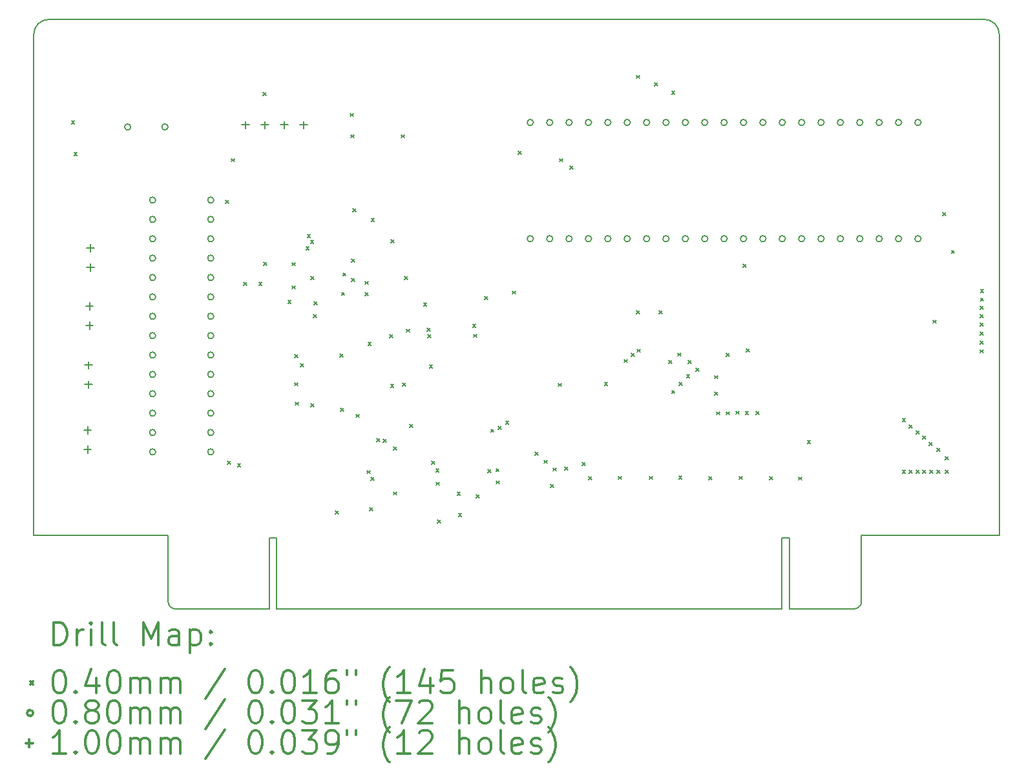
<source format=gbr>
%FSLAX45Y45*%
G04 Gerber Fmt 4.5, Leading zero omitted, Abs format (unit mm)*
G04 Created by KiCad (PCBNEW 4.0.7) date 07/10/18 22:50:01*
%MOMM*%
%LPD*%
G01*
G04 APERTURE LIST*
%ADD10C,0.127000*%
%ADD11C,0.150000*%
%ADD12C,0.200000*%
%ADD13C,0.300000*%
G04 APERTURE END LIST*
D10*
D11*
X4600000Y-3221480D02*
G75*
G03X4400000Y-3421480I0J-200000D01*
G01*
X17054000Y-3421480D02*
G75*
G03X16854000Y-3221480I-200000J0D01*
G01*
X15147620Y-10952988D02*
G75*
G03X15247620Y-10852988I0J100000D01*
G01*
X6160770Y-10852988D02*
G75*
G03X6260770Y-10952988I100000J0D01*
G01*
X6160770Y-10852988D02*
X6160770Y-9988550D01*
X7487412Y-10952988D02*
X6260770Y-10952988D01*
X7487412Y-10021824D02*
X7487412Y-10952988D01*
X7583424Y-10021824D02*
X7487412Y-10021824D01*
X7583424Y-10952988D02*
X7583424Y-10021824D01*
X14206728Y-10952988D02*
X7583424Y-10952988D01*
X14206728Y-10021824D02*
X14206728Y-10952988D01*
X14305788Y-10021824D02*
X14206728Y-10021824D01*
X14305788Y-10952988D02*
X14305788Y-10021824D01*
X15147620Y-10952988D02*
X14305788Y-10952988D01*
X15247620Y-9988550D02*
X15247620Y-10852988D01*
X15247620Y-9988550D02*
X17054000Y-9988550D01*
X6160770Y-9988550D02*
X4400000Y-9988550D01*
X4400000Y-3421480D02*
X4400000Y-9988550D01*
X16854000Y-3221480D02*
X4600000Y-3221480D01*
X17054000Y-9988550D02*
X17054000Y-3421480D01*
D12*
X4894900Y-4552000D02*
X4934900Y-4592000D01*
X4934900Y-4552000D02*
X4894900Y-4592000D01*
X4929190Y-4967290D02*
X4969190Y-5007290D01*
X4969190Y-4967290D02*
X4929190Y-5007290D01*
X6914200Y-5592130D02*
X6954200Y-5632130D01*
X6954200Y-5592130D02*
X6914200Y-5632130D01*
X6940870Y-9013510D02*
X6980870Y-9053510D01*
X6980870Y-9013510D02*
X6940870Y-9053510D01*
X6990400Y-5047300D02*
X7030400Y-5087300D01*
X7030400Y-5047300D02*
X6990400Y-5087300D01*
X7070410Y-9051610D02*
X7110410Y-9091610D01*
X7110410Y-9051610D02*
X7070410Y-9091610D01*
X7149404Y-6668836D02*
X7189404Y-6708836D01*
X7189404Y-6668836D02*
X7149404Y-6708836D01*
X7350572Y-6668836D02*
X7390572Y-6708836D01*
X7390572Y-6668836D02*
X7350572Y-6708836D01*
X7406452Y-4182176D02*
X7446452Y-4222176D01*
X7446452Y-4182176D02*
X7406452Y-4222176D01*
X7412040Y-6406200D02*
X7452040Y-6446200D01*
X7452040Y-6406200D02*
X7412040Y-6446200D01*
X7731064Y-6909628D02*
X7771064Y-6949628D01*
X7771064Y-6909628D02*
X7731064Y-6949628D01*
X7782880Y-6716080D02*
X7822880Y-6756080D01*
X7822880Y-6716080D02*
X7782880Y-6756080D01*
X7787452Y-6411280D02*
X7827452Y-6451280D01*
X7827452Y-6411280D02*
X7787452Y-6451280D01*
X7817424Y-7986080D02*
X7857424Y-8026080D01*
X7857424Y-7986080D02*
X7817424Y-8026080D01*
X7820980Y-7619050D02*
X7860980Y-7659050D01*
X7860980Y-7619050D02*
X7820980Y-7659050D01*
X7825552Y-8239064D02*
X7865552Y-8279064D01*
X7865552Y-8239064D02*
X7825552Y-8279064D01*
X7898196Y-7738938D02*
X7938196Y-7778938D01*
X7938196Y-7738938D02*
X7898196Y-7778938D01*
X7968046Y-6205032D02*
X8008046Y-6245032D01*
X8008046Y-6205032D02*
X7968046Y-6245032D01*
X7984810Y-6041710D02*
X8024810Y-6081710D01*
X8024810Y-6041710D02*
X7984810Y-6081710D01*
X8026720Y-6121720D02*
X8066720Y-6161720D01*
X8066720Y-6121720D02*
X8026720Y-6161720D01*
X8030530Y-6594160D02*
X8070530Y-6634160D01*
X8070530Y-6594160D02*
X8030530Y-6634160D01*
X8030530Y-8262940D02*
X8070530Y-8302940D01*
X8070530Y-8262940D02*
X8030530Y-8302940D01*
X8067868Y-7094032D02*
X8107868Y-7134032D01*
X8107868Y-7094032D02*
X8067868Y-7134032D01*
X8075488Y-6924868D02*
X8115488Y-6964868D01*
X8115488Y-6924868D02*
X8075488Y-6964868D01*
X8350824Y-9664004D02*
X8390824Y-9704004D01*
X8390824Y-9664004D02*
X8350824Y-9704004D01*
X8415340Y-7611430D02*
X8455340Y-7651430D01*
X8455340Y-7611430D02*
X8415340Y-7651430D01*
X8422960Y-8320090D02*
X8462960Y-8360090D01*
X8462960Y-8320090D02*
X8422960Y-8360090D01*
X8434390Y-6799900D02*
X8474390Y-6839900D01*
X8474390Y-6799900D02*
X8434390Y-6839900D01*
X8451408Y-6545900D02*
X8491408Y-6585900D01*
X8491408Y-6545900D02*
X8451408Y-6585900D01*
X8546404Y-4455988D02*
X8586404Y-4495988D01*
X8586404Y-4455988D02*
X8546404Y-4495988D01*
X8556310Y-4734880D02*
X8596310Y-4774880D01*
X8596310Y-4734880D02*
X8556310Y-4774880D01*
X8563168Y-6367084D02*
X8603168Y-6407084D01*
X8603168Y-6367084D02*
X8563168Y-6407084D01*
X8563168Y-6615750D02*
X8603168Y-6655750D01*
X8603168Y-6615750D02*
X8563168Y-6655750D01*
X8579932Y-5704906D02*
X8619932Y-5744906D01*
X8619932Y-5704906D02*
X8579932Y-5744906D01*
X8624636Y-8401116D02*
X8664636Y-8441116D01*
X8664636Y-8401116D02*
X8624636Y-8441116D01*
X8741984Y-6657660D02*
X8781984Y-6697660D01*
X8781984Y-6657660D02*
X8741984Y-6697660D01*
X8741984Y-6802948D02*
X8781984Y-6842948D01*
X8781984Y-6802948D02*
X8741984Y-6842948D01*
X8769924Y-9138732D02*
X8809924Y-9178732D01*
X8809924Y-9138732D02*
X8769924Y-9178732D01*
X8781100Y-7459030D02*
X8821100Y-7499030D01*
X8821100Y-7459030D02*
X8781100Y-7499030D01*
X8800150Y-9623110D02*
X8840150Y-9663110D01*
X8840150Y-9623110D02*
X8800150Y-9663110D01*
X8820216Y-9225346D02*
X8860216Y-9265346D01*
X8860216Y-9225346D02*
X8820216Y-9265346D01*
X8823010Y-5833430D02*
X8863010Y-5873430D01*
X8863010Y-5833430D02*
X8823010Y-5873430D01*
X8892860Y-8719632D02*
X8932860Y-8759632D01*
X8932860Y-8719632D02*
X8892860Y-8759632D01*
X8979220Y-8727760D02*
X9019220Y-8767760D01*
X9019220Y-8727760D02*
X8979220Y-8767760D01*
X9063294Y-7356160D02*
X9103294Y-7396160D01*
X9103294Y-7356160D02*
X9063294Y-7396160D01*
X9077264Y-8009956D02*
X9117264Y-8049956D01*
X9117264Y-8009956D02*
X9077264Y-8049956D01*
X9082090Y-6110290D02*
X9122090Y-6150290D01*
X9122090Y-6110290D02*
X9082090Y-6150290D01*
X9112570Y-9417370D02*
X9152570Y-9457370D01*
X9152570Y-9417370D02*
X9112570Y-9457370D01*
X9116380Y-8830630D02*
X9156380Y-8870630D01*
X9156380Y-8830630D02*
X9116380Y-8870630D01*
X9215440Y-4734880D02*
X9255440Y-4774880D01*
X9255440Y-4734880D02*
X9215440Y-4774880D01*
X9233728Y-7990398D02*
X9273728Y-8030398D01*
X9273728Y-7990398D02*
X9233728Y-8030398D01*
X9261668Y-6590604D02*
X9301668Y-6630604D01*
X9301668Y-6590604D02*
X9261668Y-6630604D01*
X9284020Y-7283516D02*
X9324020Y-7323516D01*
X9324020Y-7283516D02*
X9284020Y-7323516D01*
X9325930Y-8533450D02*
X9365930Y-8573450D01*
X9365930Y-8533450D02*
X9325930Y-8573450D01*
X9508810Y-6940870D02*
X9548810Y-6980870D01*
X9548810Y-6940870D02*
X9508810Y-6980870D01*
X9555038Y-7269546D02*
X9595038Y-7309546D01*
X9595038Y-7269546D02*
X9555038Y-7309546D01*
X9563420Y-7356160D02*
X9603420Y-7396160D01*
X9603420Y-7356160D02*
X9563420Y-7396160D01*
X9585772Y-7752400D02*
X9625772Y-7792400D01*
X9625772Y-7752400D02*
X9585772Y-7792400D01*
X9611680Y-9013510D02*
X9651680Y-9053510D01*
X9651680Y-9013510D02*
X9611680Y-9053510D01*
X9669592Y-9116380D02*
X9709592Y-9156380D01*
X9709592Y-9116380D02*
X9669592Y-9156380D01*
X9675180Y-9289608D02*
X9715180Y-9329608D01*
X9715180Y-9289608D02*
X9675180Y-9329608D01*
X9687880Y-9783130D02*
X9727880Y-9823130D01*
X9727880Y-9783130D02*
X9687880Y-9823130D01*
X9948992Y-9423720D02*
X9988992Y-9463720D01*
X9988992Y-9423720D02*
X9948992Y-9463720D01*
X9965756Y-9703120D02*
X10005756Y-9743120D01*
X10005756Y-9703120D02*
X9965756Y-9743120D01*
X10152954Y-7219254D02*
X10192954Y-7259254D01*
X10192954Y-7219254D02*
X10152954Y-7259254D01*
X10166924Y-7350572D02*
X10206924Y-7390572D01*
X10206924Y-7350572D02*
X10166924Y-7390572D01*
X10200452Y-9457248D02*
X10240452Y-9497248D01*
X10240452Y-9457248D02*
X10200452Y-9497248D01*
X10308910Y-6853240D02*
X10348910Y-6893240D01*
X10348910Y-6853240D02*
X10308910Y-6893240D01*
X10351328Y-9121968D02*
X10391328Y-9161968D01*
X10391328Y-9121968D02*
X10351328Y-9161968D01*
X10390444Y-8595172D02*
X10430444Y-8635172D01*
X10430444Y-8595172D02*
X10390444Y-8635172D01*
X10457500Y-9112570D02*
X10497500Y-9152570D01*
X10497500Y-9112570D02*
X10457500Y-9152570D01*
X10461310Y-9272590D02*
X10501310Y-9312590D01*
X10501310Y-9272590D02*
X10461310Y-9312590D01*
X10487980Y-8560120D02*
X10527980Y-8600120D01*
X10527980Y-8560120D02*
X10487980Y-8600120D01*
X10583230Y-8491540D02*
X10623230Y-8531540D01*
X10623230Y-8491540D02*
X10583230Y-8531540D01*
X10674670Y-6784660D02*
X10714670Y-6824660D01*
X10714670Y-6784660D02*
X10674670Y-6824660D01*
X10750870Y-4948240D02*
X10790870Y-4988240D01*
X10790870Y-4948240D02*
X10750870Y-4988240D01*
X10971850Y-8895400D02*
X11011850Y-8935400D01*
X11011850Y-8895400D02*
X10971850Y-8935400D01*
X11089960Y-9002080D02*
X11129960Y-9042080D01*
X11129960Y-9002080D02*
X11089960Y-9042080D01*
X11173780Y-9318310D02*
X11213780Y-9358310D01*
X11213780Y-9318310D02*
X11173780Y-9358310D01*
X11205784Y-9102664D02*
X11245784Y-9142664D01*
X11245784Y-9102664D02*
X11205784Y-9142664D01*
X11273856Y-7994208D02*
X11313856Y-8034208D01*
X11313856Y-7994208D02*
X11273856Y-8034208D01*
X11291890Y-5047300D02*
X11331890Y-5087300D01*
X11331890Y-5047300D02*
X11291890Y-5087300D01*
X11360470Y-9093520D02*
X11400470Y-9133520D01*
X11400470Y-9093520D02*
X11360470Y-9133520D01*
X11429050Y-5146360D02*
X11469050Y-5186360D01*
X11469050Y-5146360D02*
X11429050Y-5186360D01*
X11589070Y-9032560D02*
X11629070Y-9072560D01*
X11629070Y-9032560D02*
X11589070Y-9072560D01*
X11669080Y-9215440D02*
X11709080Y-9255440D01*
X11709080Y-9215440D02*
X11669080Y-9255440D01*
X11879392Y-7982016D02*
X11919392Y-8022016D01*
X11919392Y-7982016D02*
X11879392Y-8022016D01*
X12060240Y-9213408D02*
X12100240Y-9253408D01*
X12100240Y-9213408D02*
X12060240Y-9253408D01*
X12139488Y-7680264D02*
X12179488Y-7720264D01*
X12179488Y-7680264D02*
X12139488Y-7720264D01*
X12228896Y-7602032D02*
X12268896Y-7642032D01*
X12268896Y-7602032D02*
X12228896Y-7642032D01*
X12298746Y-3955862D02*
X12338746Y-3995862D01*
X12338746Y-3955862D02*
X12298746Y-3995862D01*
X12300016Y-7039168D02*
X12340016Y-7079168D01*
X12340016Y-7039168D02*
X12300016Y-7079168D01*
X12304334Y-7546152D02*
X12344334Y-7586152D01*
X12344334Y-7546152D02*
X12304334Y-7586152D01*
X12467656Y-9213916D02*
X12507656Y-9253916D01*
X12507656Y-9213916D02*
X12467656Y-9253916D01*
X12536236Y-4053652D02*
X12576236Y-4093652D01*
X12576236Y-4053652D02*
X12536236Y-4093652D01*
X12592624Y-7039168D02*
X12632624Y-7079168D01*
X12632624Y-7039168D02*
X12592624Y-7079168D01*
X12720640Y-7691440D02*
X12760640Y-7731440D01*
X12760640Y-7691440D02*
X12720640Y-7731440D01*
X12759756Y-4162618D02*
X12799756Y-4202618D01*
X12799756Y-4162618D02*
X12759756Y-4202618D01*
X12759756Y-8088188D02*
X12799756Y-8128188D01*
X12799756Y-8088188D02*
X12759756Y-8128188D01*
X12842306Y-7596952D02*
X12882306Y-7636952D01*
X12882306Y-7596952D02*
X12842306Y-7636952D01*
X12852720Y-9207312D02*
X12892720Y-9247312D01*
X12892720Y-9207312D02*
X12852720Y-9247312D01*
X12854752Y-7982016D02*
X12894752Y-8022016D01*
X12894752Y-7982016D02*
X12854752Y-8022016D01*
X12955336Y-7881432D02*
X12995336Y-7921432D01*
X12995336Y-7881432D02*
X12955336Y-7921432D01*
X12977688Y-7697028D02*
X13017688Y-7737028D01*
X13017688Y-7697028D02*
X12977688Y-7737028D01*
X13078272Y-7797612D02*
X13118272Y-7837612D01*
X13118272Y-7797612D02*
X13078272Y-7837612D01*
X13246420Y-9215440D02*
X13286420Y-9255440D01*
X13286420Y-9215440D02*
X13246420Y-9255440D01*
X13324144Y-7892608D02*
X13364144Y-7932608D01*
X13364144Y-7892608D02*
X13324144Y-7932608D01*
X13324144Y-8110540D02*
X13364144Y-8150540D01*
X13364144Y-8110540D02*
X13324144Y-8150540D01*
X13349290Y-8367588D02*
X13389290Y-8407588D01*
X13389290Y-8367588D02*
X13349290Y-8407588D01*
X13475020Y-7599238D02*
X13515020Y-7639238D01*
X13515020Y-7599238D02*
X13475020Y-7639238D01*
X13477814Y-8367588D02*
X13517814Y-8407588D01*
X13517814Y-8367588D02*
X13477814Y-8407588D01*
X13600750Y-8358190D02*
X13640750Y-8398190D01*
X13640750Y-8358190D02*
X13600750Y-8398190D01*
X13647232Y-9213916D02*
X13687232Y-9253916D01*
X13687232Y-9213916D02*
X13647232Y-9253916D01*
X13692952Y-6434140D02*
X13732952Y-6474140D01*
X13732952Y-6434140D02*
X13692952Y-6474140D01*
X13724702Y-8364032D02*
X13764702Y-8404032D01*
X13764702Y-8364032D02*
X13724702Y-8404032D01*
X13737656Y-7543358D02*
X13777656Y-7583358D01*
X13777656Y-7543358D02*
X13737656Y-7583358D01*
X13862878Y-8365048D02*
X13902878Y-8405048D01*
X13902878Y-8365048D02*
X13862878Y-8405048D01*
X14043472Y-9220012D02*
X14083472Y-9260012D01*
X14083472Y-9220012D02*
X14043472Y-9260012D01*
X14421424Y-9221536D02*
X14461424Y-9261536D01*
X14461424Y-9221536D02*
X14421424Y-9261536D01*
X14538010Y-8743000D02*
X14578010Y-8783000D01*
X14578010Y-8743000D02*
X14538010Y-8783000D01*
X15782102Y-8456488D02*
X15822102Y-8496488D01*
X15822102Y-8456488D02*
X15782102Y-8496488D01*
X15782864Y-9135938D02*
X15822864Y-9175938D01*
X15822864Y-9135938D02*
X15782864Y-9175938D01*
X15869986Y-8538784D02*
X15909986Y-8578784D01*
X15909986Y-8538784D02*
X15869986Y-8578784D01*
X15874558Y-9133144D02*
X15914558Y-9173144D01*
X15914558Y-9133144D02*
X15874558Y-9173144D01*
X15967268Y-8616508D02*
X16007268Y-8656508D01*
X16007268Y-8616508D02*
X15967268Y-8656508D01*
X15967268Y-9133144D02*
X16007268Y-9173144D01*
X16007268Y-9133144D02*
X15967268Y-9173144D01*
X16051088Y-8686104D02*
X16091088Y-8726104D01*
X16091088Y-8686104D02*
X16051088Y-8726104D01*
X16051088Y-9130350D02*
X16091088Y-9170350D01*
X16091088Y-9130350D02*
X16051088Y-9170350D01*
X16134908Y-8767130D02*
X16174908Y-8807130D01*
X16174908Y-8767130D02*
X16134908Y-8807130D01*
X16140496Y-9133144D02*
X16180496Y-9173144D01*
X16180496Y-9133144D02*
X16140496Y-9173144D01*
X16183930Y-7165660D02*
X16223930Y-7205660D01*
X16223930Y-7165660D02*
X16183930Y-7205660D01*
X16232698Y-8848156D02*
X16272698Y-8888156D01*
X16272698Y-8848156D02*
X16232698Y-8888156D01*
X16238286Y-9133144D02*
X16278286Y-9173144D01*
X16278286Y-9133144D02*
X16238286Y-9173144D01*
X16313724Y-5752404D02*
X16353724Y-5792404D01*
X16353724Y-5752404D02*
X16313724Y-5792404D01*
X16344458Y-8957122D02*
X16384458Y-8997122D01*
X16384458Y-8957122D02*
X16344458Y-8997122D01*
X16344458Y-9133144D02*
X16384458Y-9173144D01*
X16384458Y-9133144D02*
X16344458Y-9173144D01*
X16425484Y-6249736D02*
X16465484Y-6289736D01*
X16465484Y-6249736D02*
X16425484Y-6289736D01*
X16801150Y-7442266D02*
X16841150Y-7482266D01*
X16841150Y-7442266D02*
X16801150Y-7482266D01*
X16801150Y-7554280D02*
X16841150Y-7594280D01*
X16841150Y-7554280D02*
X16801150Y-7594280D01*
X16802674Y-7322632D02*
X16842674Y-7362632D01*
X16842674Y-7322632D02*
X16802674Y-7362632D01*
X16803436Y-7204522D02*
X16843436Y-7244522D01*
X16843436Y-7204522D02*
X16803436Y-7244522D01*
X16804452Y-7092000D02*
X16844452Y-7132000D01*
X16844452Y-7092000D02*
X16804452Y-7132000D01*
X16804960Y-6982780D02*
X16844960Y-7022780D01*
X16844960Y-6982780D02*
X16804960Y-7022780D01*
X16806484Y-6765610D02*
X16846484Y-6805610D01*
X16846484Y-6765610D02*
X16806484Y-6805610D01*
X16806484Y-6876100D02*
X16846484Y-6916100D01*
X16846484Y-6876100D02*
X16806484Y-6916100D01*
X5670860Y-4632960D02*
G75*
G03X5670860Y-4632960I-40000J0D01*
G01*
X5997062Y-5591810D02*
G75*
G03X5997062Y-5591810I-40000J0D01*
G01*
X5997062Y-5845810D02*
G75*
G03X5997062Y-5845810I-40000J0D01*
G01*
X5997062Y-6099810D02*
G75*
G03X5997062Y-6099810I-40000J0D01*
G01*
X5997062Y-6353810D02*
G75*
G03X5997062Y-6353810I-40000J0D01*
G01*
X5997062Y-6607810D02*
G75*
G03X5997062Y-6607810I-40000J0D01*
G01*
X5997062Y-6861810D02*
G75*
G03X5997062Y-6861810I-40000J0D01*
G01*
X5997062Y-7115810D02*
G75*
G03X5997062Y-7115810I-40000J0D01*
G01*
X5997062Y-7369810D02*
G75*
G03X5997062Y-7369810I-40000J0D01*
G01*
X5997062Y-7623810D02*
G75*
G03X5997062Y-7623810I-40000J0D01*
G01*
X5997062Y-7877810D02*
G75*
G03X5997062Y-7877810I-40000J0D01*
G01*
X5997062Y-8131810D02*
G75*
G03X5997062Y-8131810I-40000J0D01*
G01*
X5997062Y-8385810D02*
G75*
G03X5997062Y-8385810I-40000J0D01*
G01*
X5997062Y-8639810D02*
G75*
G03X5997062Y-8639810I-40000J0D01*
G01*
X5997062Y-8893810D02*
G75*
G03X5997062Y-8893810I-40000J0D01*
G01*
X6158860Y-4632960D02*
G75*
G03X6158860Y-4632960I-40000J0D01*
G01*
X6759062Y-5591810D02*
G75*
G03X6759062Y-5591810I-40000J0D01*
G01*
X6759062Y-5845810D02*
G75*
G03X6759062Y-5845810I-40000J0D01*
G01*
X6759062Y-6099810D02*
G75*
G03X6759062Y-6099810I-40000J0D01*
G01*
X6759062Y-6353810D02*
G75*
G03X6759062Y-6353810I-40000J0D01*
G01*
X6759062Y-6607810D02*
G75*
G03X6759062Y-6607810I-40000J0D01*
G01*
X6759062Y-6861810D02*
G75*
G03X6759062Y-6861810I-40000J0D01*
G01*
X6759062Y-7115810D02*
G75*
G03X6759062Y-7115810I-40000J0D01*
G01*
X6759062Y-7369810D02*
G75*
G03X6759062Y-7369810I-40000J0D01*
G01*
X6759062Y-7623810D02*
G75*
G03X6759062Y-7623810I-40000J0D01*
G01*
X6759062Y-7877810D02*
G75*
G03X6759062Y-7877810I-40000J0D01*
G01*
X6759062Y-8131810D02*
G75*
G03X6759062Y-8131810I-40000J0D01*
G01*
X6759062Y-8385810D02*
G75*
G03X6759062Y-8385810I-40000J0D01*
G01*
X6759062Y-8639810D02*
G75*
G03X6759062Y-8639810I-40000J0D01*
G01*
X6759062Y-8893810D02*
G75*
G03X6759062Y-8893810I-40000J0D01*
G01*
X10948030Y-4574540D02*
G75*
G03X10948030Y-4574540I-40000J0D01*
G01*
X10948030Y-6098540D02*
G75*
G03X10948030Y-6098540I-40000J0D01*
G01*
X11202030Y-4574540D02*
G75*
G03X11202030Y-4574540I-40000J0D01*
G01*
X11202030Y-6098540D02*
G75*
G03X11202030Y-6098540I-40000J0D01*
G01*
X11456030Y-4574540D02*
G75*
G03X11456030Y-4574540I-40000J0D01*
G01*
X11456030Y-6098540D02*
G75*
G03X11456030Y-6098540I-40000J0D01*
G01*
X11710030Y-4574540D02*
G75*
G03X11710030Y-4574540I-40000J0D01*
G01*
X11710030Y-6098540D02*
G75*
G03X11710030Y-6098540I-40000J0D01*
G01*
X11964030Y-4574540D02*
G75*
G03X11964030Y-4574540I-40000J0D01*
G01*
X11964030Y-6098540D02*
G75*
G03X11964030Y-6098540I-40000J0D01*
G01*
X12218030Y-4574540D02*
G75*
G03X12218030Y-4574540I-40000J0D01*
G01*
X12218030Y-6098540D02*
G75*
G03X12218030Y-6098540I-40000J0D01*
G01*
X12472030Y-4574540D02*
G75*
G03X12472030Y-4574540I-40000J0D01*
G01*
X12472030Y-6098540D02*
G75*
G03X12472030Y-6098540I-40000J0D01*
G01*
X12726030Y-4574540D02*
G75*
G03X12726030Y-4574540I-40000J0D01*
G01*
X12726030Y-6098540D02*
G75*
G03X12726030Y-6098540I-40000J0D01*
G01*
X12980030Y-4574540D02*
G75*
G03X12980030Y-4574540I-40000J0D01*
G01*
X12980030Y-6098540D02*
G75*
G03X12980030Y-6098540I-40000J0D01*
G01*
X13234030Y-4574540D02*
G75*
G03X13234030Y-4574540I-40000J0D01*
G01*
X13234030Y-6098540D02*
G75*
G03X13234030Y-6098540I-40000J0D01*
G01*
X13488030Y-4574540D02*
G75*
G03X13488030Y-4574540I-40000J0D01*
G01*
X13488030Y-6098540D02*
G75*
G03X13488030Y-6098540I-40000J0D01*
G01*
X13742030Y-4574540D02*
G75*
G03X13742030Y-4574540I-40000J0D01*
G01*
X13742030Y-6098540D02*
G75*
G03X13742030Y-6098540I-40000J0D01*
G01*
X13996030Y-4574540D02*
G75*
G03X13996030Y-4574540I-40000J0D01*
G01*
X13996030Y-6098540D02*
G75*
G03X13996030Y-6098540I-40000J0D01*
G01*
X14250030Y-4574540D02*
G75*
G03X14250030Y-4574540I-40000J0D01*
G01*
X14250030Y-6098540D02*
G75*
G03X14250030Y-6098540I-40000J0D01*
G01*
X14504030Y-4574540D02*
G75*
G03X14504030Y-4574540I-40000J0D01*
G01*
X14504030Y-6098540D02*
G75*
G03X14504030Y-6098540I-40000J0D01*
G01*
X14758030Y-4574540D02*
G75*
G03X14758030Y-4574540I-40000J0D01*
G01*
X14758030Y-6098540D02*
G75*
G03X14758030Y-6098540I-40000J0D01*
G01*
X15012030Y-4574540D02*
G75*
G03X15012030Y-4574540I-40000J0D01*
G01*
X15012030Y-6098540D02*
G75*
G03X15012030Y-6098540I-40000J0D01*
G01*
X15266030Y-4574540D02*
G75*
G03X15266030Y-4574540I-40000J0D01*
G01*
X15266030Y-6098540D02*
G75*
G03X15266030Y-6098540I-40000J0D01*
G01*
X15520030Y-4574540D02*
G75*
G03X15520030Y-4574540I-40000J0D01*
G01*
X15520030Y-6098540D02*
G75*
G03X15520030Y-6098540I-40000J0D01*
G01*
X15774030Y-4574540D02*
G75*
G03X15774030Y-4574540I-40000J0D01*
G01*
X15774030Y-6098540D02*
G75*
G03X15774030Y-6098540I-40000J0D01*
G01*
X16028030Y-4574540D02*
G75*
G03X16028030Y-4574540I-40000J0D01*
G01*
X16028030Y-6098540D02*
G75*
G03X16028030Y-6098540I-40000J0D01*
G01*
X5105400Y-8556790D02*
X5105400Y-8656790D01*
X5055400Y-8606790D02*
X5155400Y-8606790D01*
X5105400Y-8810790D02*
X5105400Y-8910790D01*
X5055400Y-8860790D02*
X5155400Y-8860790D01*
X5118100Y-7705890D02*
X5118100Y-7805890D01*
X5068100Y-7755890D02*
X5168100Y-7755890D01*
X5118100Y-7959890D02*
X5118100Y-8059890D01*
X5068100Y-8009890D02*
X5168100Y-8009890D01*
X5130800Y-6931190D02*
X5130800Y-7031190D01*
X5080800Y-6981190D02*
X5180800Y-6981190D01*
X5130800Y-7185190D02*
X5130800Y-7285190D01*
X5080800Y-7235190D02*
X5180800Y-7235190D01*
X5143500Y-6169190D02*
X5143500Y-6269190D01*
X5093500Y-6219190D02*
X5193500Y-6219190D01*
X5143500Y-6423190D02*
X5143500Y-6523190D01*
X5093500Y-6473190D02*
X5193500Y-6473190D01*
X7175500Y-4556290D02*
X7175500Y-4656290D01*
X7125500Y-4606290D02*
X7225500Y-4606290D01*
X7429500Y-4556290D02*
X7429500Y-4656290D01*
X7379500Y-4606290D02*
X7479500Y-4606290D01*
X7683500Y-4556290D02*
X7683500Y-4656290D01*
X7633500Y-4606290D02*
X7733500Y-4606290D01*
X7937500Y-4556290D02*
X7937500Y-4656290D01*
X7887500Y-4606290D02*
X7987500Y-4606290D01*
D13*
X4663929Y-11426202D02*
X4663929Y-11126202D01*
X4735357Y-11126202D01*
X4778214Y-11140488D01*
X4806786Y-11169060D01*
X4821071Y-11197631D01*
X4835357Y-11254774D01*
X4835357Y-11297631D01*
X4821071Y-11354774D01*
X4806786Y-11383345D01*
X4778214Y-11411917D01*
X4735357Y-11426202D01*
X4663929Y-11426202D01*
X4963929Y-11426202D02*
X4963929Y-11226202D01*
X4963929Y-11283345D02*
X4978214Y-11254774D01*
X4992500Y-11240488D01*
X5021071Y-11226202D01*
X5049643Y-11226202D01*
X5149643Y-11426202D02*
X5149643Y-11226202D01*
X5149643Y-11126202D02*
X5135357Y-11140488D01*
X5149643Y-11154774D01*
X5163929Y-11140488D01*
X5149643Y-11126202D01*
X5149643Y-11154774D01*
X5335357Y-11426202D02*
X5306786Y-11411917D01*
X5292500Y-11383345D01*
X5292500Y-11126202D01*
X5492500Y-11426202D02*
X5463929Y-11411917D01*
X5449643Y-11383345D01*
X5449643Y-11126202D01*
X5835357Y-11426202D02*
X5835357Y-11126202D01*
X5935357Y-11340488D01*
X6035357Y-11126202D01*
X6035357Y-11426202D01*
X6306786Y-11426202D02*
X6306786Y-11269059D01*
X6292500Y-11240488D01*
X6263928Y-11226202D01*
X6206786Y-11226202D01*
X6178214Y-11240488D01*
X6306786Y-11411917D02*
X6278214Y-11426202D01*
X6206786Y-11426202D01*
X6178214Y-11411917D01*
X6163928Y-11383345D01*
X6163928Y-11354774D01*
X6178214Y-11326202D01*
X6206786Y-11311917D01*
X6278214Y-11311917D01*
X6306786Y-11297631D01*
X6449643Y-11226202D02*
X6449643Y-11526202D01*
X6449643Y-11240488D02*
X6478214Y-11226202D01*
X6535357Y-11226202D01*
X6563928Y-11240488D01*
X6578214Y-11254774D01*
X6592500Y-11283345D01*
X6592500Y-11369059D01*
X6578214Y-11397631D01*
X6563928Y-11411917D01*
X6535357Y-11426202D01*
X6478214Y-11426202D01*
X6449643Y-11411917D01*
X6721071Y-11397631D02*
X6735357Y-11411917D01*
X6721071Y-11426202D01*
X6706786Y-11411917D01*
X6721071Y-11397631D01*
X6721071Y-11426202D01*
X6721071Y-11240488D02*
X6735357Y-11254774D01*
X6721071Y-11269059D01*
X6706786Y-11254774D01*
X6721071Y-11240488D01*
X6721071Y-11269059D01*
X4352500Y-11900488D02*
X4392500Y-11940488D01*
X4392500Y-11900488D02*
X4352500Y-11940488D01*
X4721071Y-11756202D02*
X4749643Y-11756202D01*
X4778214Y-11770488D01*
X4792500Y-11784774D01*
X4806786Y-11813345D01*
X4821071Y-11870488D01*
X4821071Y-11941917D01*
X4806786Y-11999059D01*
X4792500Y-12027631D01*
X4778214Y-12041917D01*
X4749643Y-12056202D01*
X4721071Y-12056202D01*
X4692500Y-12041917D01*
X4678214Y-12027631D01*
X4663929Y-11999059D01*
X4649643Y-11941917D01*
X4649643Y-11870488D01*
X4663929Y-11813345D01*
X4678214Y-11784774D01*
X4692500Y-11770488D01*
X4721071Y-11756202D01*
X4949643Y-12027631D02*
X4963929Y-12041917D01*
X4949643Y-12056202D01*
X4935357Y-12041917D01*
X4949643Y-12027631D01*
X4949643Y-12056202D01*
X5221071Y-11856202D02*
X5221071Y-12056202D01*
X5149643Y-11741917D02*
X5078214Y-11956202D01*
X5263928Y-11956202D01*
X5435357Y-11756202D02*
X5463929Y-11756202D01*
X5492500Y-11770488D01*
X5506786Y-11784774D01*
X5521071Y-11813345D01*
X5535357Y-11870488D01*
X5535357Y-11941917D01*
X5521071Y-11999059D01*
X5506786Y-12027631D01*
X5492500Y-12041917D01*
X5463929Y-12056202D01*
X5435357Y-12056202D01*
X5406786Y-12041917D01*
X5392500Y-12027631D01*
X5378214Y-11999059D01*
X5363929Y-11941917D01*
X5363929Y-11870488D01*
X5378214Y-11813345D01*
X5392500Y-11784774D01*
X5406786Y-11770488D01*
X5435357Y-11756202D01*
X5663928Y-12056202D02*
X5663928Y-11856202D01*
X5663928Y-11884774D02*
X5678214Y-11870488D01*
X5706786Y-11856202D01*
X5749643Y-11856202D01*
X5778214Y-11870488D01*
X5792500Y-11899059D01*
X5792500Y-12056202D01*
X5792500Y-11899059D02*
X5806786Y-11870488D01*
X5835357Y-11856202D01*
X5878214Y-11856202D01*
X5906786Y-11870488D01*
X5921071Y-11899059D01*
X5921071Y-12056202D01*
X6063928Y-12056202D02*
X6063928Y-11856202D01*
X6063928Y-11884774D02*
X6078214Y-11870488D01*
X6106786Y-11856202D01*
X6149643Y-11856202D01*
X6178214Y-11870488D01*
X6192500Y-11899059D01*
X6192500Y-12056202D01*
X6192500Y-11899059D02*
X6206786Y-11870488D01*
X6235357Y-11856202D01*
X6278214Y-11856202D01*
X6306786Y-11870488D01*
X6321071Y-11899059D01*
X6321071Y-12056202D01*
X6906786Y-11741917D02*
X6649643Y-12127631D01*
X7292500Y-11756202D02*
X7321071Y-11756202D01*
X7349643Y-11770488D01*
X7363928Y-11784774D01*
X7378214Y-11813345D01*
X7392500Y-11870488D01*
X7392500Y-11941917D01*
X7378214Y-11999059D01*
X7363928Y-12027631D01*
X7349643Y-12041917D01*
X7321071Y-12056202D01*
X7292500Y-12056202D01*
X7263928Y-12041917D01*
X7249643Y-12027631D01*
X7235357Y-11999059D01*
X7221071Y-11941917D01*
X7221071Y-11870488D01*
X7235357Y-11813345D01*
X7249643Y-11784774D01*
X7263928Y-11770488D01*
X7292500Y-11756202D01*
X7521071Y-12027631D02*
X7535357Y-12041917D01*
X7521071Y-12056202D01*
X7506786Y-12041917D01*
X7521071Y-12027631D01*
X7521071Y-12056202D01*
X7721071Y-11756202D02*
X7749643Y-11756202D01*
X7778214Y-11770488D01*
X7792500Y-11784774D01*
X7806785Y-11813345D01*
X7821071Y-11870488D01*
X7821071Y-11941917D01*
X7806785Y-11999059D01*
X7792500Y-12027631D01*
X7778214Y-12041917D01*
X7749643Y-12056202D01*
X7721071Y-12056202D01*
X7692500Y-12041917D01*
X7678214Y-12027631D01*
X7663928Y-11999059D01*
X7649643Y-11941917D01*
X7649643Y-11870488D01*
X7663928Y-11813345D01*
X7678214Y-11784774D01*
X7692500Y-11770488D01*
X7721071Y-11756202D01*
X8106785Y-12056202D02*
X7935357Y-12056202D01*
X8021071Y-12056202D02*
X8021071Y-11756202D01*
X7992500Y-11799059D01*
X7963928Y-11827631D01*
X7935357Y-11841917D01*
X8363928Y-11756202D02*
X8306785Y-11756202D01*
X8278214Y-11770488D01*
X8263928Y-11784774D01*
X8235357Y-11827631D01*
X8221071Y-11884774D01*
X8221071Y-11999059D01*
X8235357Y-12027631D01*
X8249643Y-12041917D01*
X8278214Y-12056202D01*
X8335357Y-12056202D01*
X8363928Y-12041917D01*
X8378214Y-12027631D01*
X8392500Y-11999059D01*
X8392500Y-11927631D01*
X8378214Y-11899059D01*
X8363928Y-11884774D01*
X8335357Y-11870488D01*
X8278214Y-11870488D01*
X8249643Y-11884774D01*
X8235357Y-11899059D01*
X8221071Y-11927631D01*
X8506786Y-11756202D02*
X8506786Y-11813345D01*
X8621071Y-11756202D02*
X8621071Y-11813345D01*
X9063928Y-12170488D02*
X9049643Y-12156202D01*
X9021071Y-12113345D01*
X9006786Y-12084774D01*
X8992500Y-12041917D01*
X8978214Y-11970488D01*
X8978214Y-11913345D01*
X8992500Y-11841917D01*
X9006786Y-11799059D01*
X9021071Y-11770488D01*
X9049643Y-11727631D01*
X9063928Y-11713345D01*
X9335357Y-12056202D02*
X9163928Y-12056202D01*
X9249643Y-12056202D02*
X9249643Y-11756202D01*
X9221071Y-11799059D01*
X9192500Y-11827631D01*
X9163928Y-11841917D01*
X9592500Y-11856202D02*
X9592500Y-12056202D01*
X9521071Y-11741917D02*
X9449643Y-11956202D01*
X9635357Y-11956202D01*
X9892500Y-11756202D02*
X9749643Y-11756202D01*
X9735357Y-11899059D01*
X9749643Y-11884774D01*
X9778214Y-11870488D01*
X9849643Y-11870488D01*
X9878214Y-11884774D01*
X9892500Y-11899059D01*
X9906786Y-11927631D01*
X9906786Y-11999059D01*
X9892500Y-12027631D01*
X9878214Y-12041917D01*
X9849643Y-12056202D01*
X9778214Y-12056202D01*
X9749643Y-12041917D01*
X9735357Y-12027631D01*
X10263928Y-12056202D02*
X10263928Y-11756202D01*
X10392500Y-12056202D02*
X10392500Y-11899059D01*
X10378214Y-11870488D01*
X10349643Y-11856202D01*
X10306786Y-11856202D01*
X10278214Y-11870488D01*
X10263928Y-11884774D01*
X10578214Y-12056202D02*
X10549643Y-12041917D01*
X10535357Y-12027631D01*
X10521071Y-11999059D01*
X10521071Y-11913345D01*
X10535357Y-11884774D01*
X10549643Y-11870488D01*
X10578214Y-11856202D01*
X10621071Y-11856202D01*
X10649643Y-11870488D01*
X10663928Y-11884774D01*
X10678214Y-11913345D01*
X10678214Y-11999059D01*
X10663928Y-12027631D01*
X10649643Y-12041917D01*
X10621071Y-12056202D01*
X10578214Y-12056202D01*
X10849643Y-12056202D02*
X10821071Y-12041917D01*
X10806786Y-12013345D01*
X10806786Y-11756202D01*
X11078214Y-12041917D02*
X11049643Y-12056202D01*
X10992500Y-12056202D01*
X10963929Y-12041917D01*
X10949643Y-12013345D01*
X10949643Y-11899059D01*
X10963929Y-11870488D01*
X10992500Y-11856202D01*
X11049643Y-11856202D01*
X11078214Y-11870488D01*
X11092500Y-11899059D01*
X11092500Y-11927631D01*
X10949643Y-11956202D01*
X11206786Y-12041917D02*
X11235357Y-12056202D01*
X11292500Y-12056202D01*
X11321071Y-12041917D01*
X11335357Y-12013345D01*
X11335357Y-11999059D01*
X11321071Y-11970488D01*
X11292500Y-11956202D01*
X11249643Y-11956202D01*
X11221071Y-11941917D01*
X11206786Y-11913345D01*
X11206786Y-11899059D01*
X11221071Y-11870488D01*
X11249643Y-11856202D01*
X11292500Y-11856202D01*
X11321071Y-11870488D01*
X11435357Y-12170488D02*
X11449643Y-12156202D01*
X11478214Y-12113345D01*
X11492500Y-12084774D01*
X11506786Y-12041917D01*
X11521071Y-11970488D01*
X11521071Y-11913345D01*
X11506786Y-11841917D01*
X11492500Y-11799059D01*
X11478214Y-11770488D01*
X11449643Y-11727631D01*
X11435357Y-11713345D01*
X4392500Y-12316488D02*
G75*
G03X4392500Y-12316488I-40000J0D01*
G01*
X4721071Y-12152202D02*
X4749643Y-12152202D01*
X4778214Y-12166488D01*
X4792500Y-12180774D01*
X4806786Y-12209345D01*
X4821071Y-12266488D01*
X4821071Y-12337917D01*
X4806786Y-12395059D01*
X4792500Y-12423631D01*
X4778214Y-12437917D01*
X4749643Y-12452202D01*
X4721071Y-12452202D01*
X4692500Y-12437917D01*
X4678214Y-12423631D01*
X4663929Y-12395059D01*
X4649643Y-12337917D01*
X4649643Y-12266488D01*
X4663929Y-12209345D01*
X4678214Y-12180774D01*
X4692500Y-12166488D01*
X4721071Y-12152202D01*
X4949643Y-12423631D02*
X4963929Y-12437917D01*
X4949643Y-12452202D01*
X4935357Y-12437917D01*
X4949643Y-12423631D01*
X4949643Y-12452202D01*
X5135357Y-12280774D02*
X5106786Y-12266488D01*
X5092500Y-12252202D01*
X5078214Y-12223631D01*
X5078214Y-12209345D01*
X5092500Y-12180774D01*
X5106786Y-12166488D01*
X5135357Y-12152202D01*
X5192500Y-12152202D01*
X5221071Y-12166488D01*
X5235357Y-12180774D01*
X5249643Y-12209345D01*
X5249643Y-12223631D01*
X5235357Y-12252202D01*
X5221071Y-12266488D01*
X5192500Y-12280774D01*
X5135357Y-12280774D01*
X5106786Y-12295059D01*
X5092500Y-12309345D01*
X5078214Y-12337917D01*
X5078214Y-12395059D01*
X5092500Y-12423631D01*
X5106786Y-12437917D01*
X5135357Y-12452202D01*
X5192500Y-12452202D01*
X5221071Y-12437917D01*
X5235357Y-12423631D01*
X5249643Y-12395059D01*
X5249643Y-12337917D01*
X5235357Y-12309345D01*
X5221071Y-12295059D01*
X5192500Y-12280774D01*
X5435357Y-12152202D02*
X5463929Y-12152202D01*
X5492500Y-12166488D01*
X5506786Y-12180774D01*
X5521071Y-12209345D01*
X5535357Y-12266488D01*
X5535357Y-12337917D01*
X5521071Y-12395059D01*
X5506786Y-12423631D01*
X5492500Y-12437917D01*
X5463929Y-12452202D01*
X5435357Y-12452202D01*
X5406786Y-12437917D01*
X5392500Y-12423631D01*
X5378214Y-12395059D01*
X5363929Y-12337917D01*
X5363929Y-12266488D01*
X5378214Y-12209345D01*
X5392500Y-12180774D01*
X5406786Y-12166488D01*
X5435357Y-12152202D01*
X5663928Y-12452202D02*
X5663928Y-12252202D01*
X5663928Y-12280774D02*
X5678214Y-12266488D01*
X5706786Y-12252202D01*
X5749643Y-12252202D01*
X5778214Y-12266488D01*
X5792500Y-12295059D01*
X5792500Y-12452202D01*
X5792500Y-12295059D02*
X5806786Y-12266488D01*
X5835357Y-12252202D01*
X5878214Y-12252202D01*
X5906786Y-12266488D01*
X5921071Y-12295059D01*
X5921071Y-12452202D01*
X6063928Y-12452202D02*
X6063928Y-12252202D01*
X6063928Y-12280774D02*
X6078214Y-12266488D01*
X6106786Y-12252202D01*
X6149643Y-12252202D01*
X6178214Y-12266488D01*
X6192500Y-12295059D01*
X6192500Y-12452202D01*
X6192500Y-12295059D02*
X6206786Y-12266488D01*
X6235357Y-12252202D01*
X6278214Y-12252202D01*
X6306786Y-12266488D01*
X6321071Y-12295059D01*
X6321071Y-12452202D01*
X6906786Y-12137917D02*
X6649643Y-12523631D01*
X7292500Y-12152202D02*
X7321071Y-12152202D01*
X7349643Y-12166488D01*
X7363928Y-12180774D01*
X7378214Y-12209345D01*
X7392500Y-12266488D01*
X7392500Y-12337917D01*
X7378214Y-12395059D01*
X7363928Y-12423631D01*
X7349643Y-12437917D01*
X7321071Y-12452202D01*
X7292500Y-12452202D01*
X7263928Y-12437917D01*
X7249643Y-12423631D01*
X7235357Y-12395059D01*
X7221071Y-12337917D01*
X7221071Y-12266488D01*
X7235357Y-12209345D01*
X7249643Y-12180774D01*
X7263928Y-12166488D01*
X7292500Y-12152202D01*
X7521071Y-12423631D02*
X7535357Y-12437917D01*
X7521071Y-12452202D01*
X7506786Y-12437917D01*
X7521071Y-12423631D01*
X7521071Y-12452202D01*
X7721071Y-12152202D02*
X7749643Y-12152202D01*
X7778214Y-12166488D01*
X7792500Y-12180774D01*
X7806785Y-12209345D01*
X7821071Y-12266488D01*
X7821071Y-12337917D01*
X7806785Y-12395059D01*
X7792500Y-12423631D01*
X7778214Y-12437917D01*
X7749643Y-12452202D01*
X7721071Y-12452202D01*
X7692500Y-12437917D01*
X7678214Y-12423631D01*
X7663928Y-12395059D01*
X7649643Y-12337917D01*
X7649643Y-12266488D01*
X7663928Y-12209345D01*
X7678214Y-12180774D01*
X7692500Y-12166488D01*
X7721071Y-12152202D01*
X7921071Y-12152202D02*
X8106785Y-12152202D01*
X8006785Y-12266488D01*
X8049643Y-12266488D01*
X8078214Y-12280774D01*
X8092500Y-12295059D01*
X8106785Y-12323631D01*
X8106785Y-12395059D01*
X8092500Y-12423631D01*
X8078214Y-12437917D01*
X8049643Y-12452202D01*
X7963928Y-12452202D01*
X7935357Y-12437917D01*
X7921071Y-12423631D01*
X8392500Y-12452202D02*
X8221071Y-12452202D01*
X8306785Y-12452202D02*
X8306785Y-12152202D01*
X8278214Y-12195059D01*
X8249643Y-12223631D01*
X8221071Y-12237917D01*
X8506786Y-12152202D02*
X8506786Y-12209345D01*
X8621071Y-12152202D02*
X8621071Y-12209345D01*
X9063928Y-12566488D02*
X9049643Y-12552202D01*
X9021071Y-12509345D01*
X9006786Y-12480774D01*
X8992500Y-12437917D01*
X8978214Y-12366488D01*
X8978214Y-12309345D01*
X8992500Y-12237917D01*
X9006786Y-12195059D01*
X9021071Y-12166488D01*
X9049643Y-12123631D01*
X9063928Y-12109345D01*
X9149643Y-12152202D02*
X9349643Y-12152202D01*
X9221071Y-12452202D01*
X9449643Y-12180774D02*
X9463928Y-12166488D01*
X9492500Y-12152202D01*
X9563928Y-12152202D01*
X9592500Y-12166488D01*
X9606786Y-12180774D01*
X9621071Y-12209345D01*
X9621071Y-12237917D01*
X9606786Y-12280774D01*
X9435357Y-12452202D01*
X9621071Y-12452202D01*
X9978214Y-12452202D02*
X9978214Y-12152202D01*
X10106786Y-12452202D02*
X10106786Y-12295059D01*
X10092500Y-12266488D01*
X10063928Y-12252202D01*
X10021071Y-12252202D01*
X9992500Y-12266488D01*
X9978214Y-12280774D01*
X10292500Y-12452202D02*
X10263928Y-12437917D01*
X10249643Y-12423631D01*
X10235357Y-12395059D01*
X10235357Y-12309345D01*
X10249643Y-12280774D01*
X10263928Y-12266488D01*
X10292500Y-12252202D01*
X10335357Y-12252202D01*
X10363928Y-12266488D01*
X10378214Y-12280774D01*
X10392500Y-12309345D01*
X10392500Y-12395059D01*
X10378214Y-12423631D01*
X10363928Y-12437917D01*
X10335357Y-12452202D01*
X10292500Y-12452202D01*
X10563928Y-12452202D02*
X10535357Y-12437917D01*
X10521071Y-12409345D01*
X10521071Y-12152202D01*
X10792500Y-12437917D02*
X10763929Y-12452202D01*
X10706786Y-12452202D01*
X10678214Y-12437917D01*
X10663929Y-12409345D01*
X10663929Y-12295059D01*
X10678214Y-12266488D01*
X10706786Y-12252202D01*
X10763929Y-12252202D01*
X10792500Y-12266488D01*
X10806786Y-12295059D01*
X10806786Y-12323631D01*
X10663929Y-12352202D01*
X10921071Y-12437917D02*
X10949643Y-12452202D01*
X11006786Y-12452202D01*
X11035357Y-12437917D01*
X11049643Y-12409345D01*
X11049643Y-12395059D01*
X11035357Y-12366488D01*
X11006786Y-12352202D01*
X10963929Y-12352202D01*
X10935357Y-12337917D01*
X10921071Y-12309345D01*
X10921071Y-12295059D01*
X10935357Y-12266488D01*
X10963929Y-12252202D01*
X11006786Y-12252202D01*
X11035357Y-12266488D01*
X11149643Y-12566488D02*
X11163929Y-12552202D01*
X11192500Y-12509345D01*
X11206786Y-12480774D01*
X11221071Y-12437917D01*
X11235357Y-12366488D01*
X11235357Y-12309345D01*
X11221071Y-12237917D01*
X11206786Y-12195059D01*
X11192500Y-12166488D01*
X11163929Y-12123631D01*
X11149643Y-12109345D01*
X4342500Y-12662488D02*
X4342500Y-12762488D01*
X4292500Y-12712488D02*
X4392500Y-12712488D01*
X4821071Y-12848202D02*
X4649643Y-12848202D01*
X4735357Y-12848202D02*
X4735357Y-12548202D01*
X4706786Y-12591059D01*
X4678214Y-12619631D01*
X4649643Y-12633917D01*
X4949643Y-12819631D02*
X4963929Y-12833917D01*
X4949643Y-12848202D01*
X4935357Y-12833917D01*
X4949643Y-12819631D01*
X4949643Y-12848202D01*
X5149643Y-12548202D02*
X5178214Y-12548202D01*
X5206786Y-12562488D01*
X5221071Y-12576774D01*
X5235357Y-12605345D01*
X5249643Y-12662488D01*
X5249643Y-12733917D01*
X5235357Y-12791059D01*
X5221071Y-12819631D01*
X5206786Y-12833917D01*
X5178214Y-12848202D01*
X5149643Y-12848202D01*
X5121071Y-12833917D01*
X5106786Y-12819631D01*
X5092500Y-12791059D01*
X5078214Y-12733917D01*
X5078214Y-12662488D01*
X5092500Y-12605345D01*
X5106786Y-12576774D01*
X5121071Y-12562488D01*
X5149643Y-12548202D01*
X5435357Y-12548202D02*
X5463929Y-12548202D01*
X5492500Y-12562488D01*
X5506786Y-12576774D01*
X5521071Y-12605345D01*
X5535357Y-12662488D01*
X5535357Y-12733917D01*
X5521071Y-12791059D01*
X5506786Y-12819631D01*
X5492500Y-12833917D01*
X5463929Y-12848202D01*
X5435357Y-12848202D01*
X5406786Y-12833917D01*
X5392500Y-12819631D01*
X5378214Y-12791059D01*
X5363929Y-12733917D01*
X5363929Y-12662488D01*
X5378214Y-12605345D01*
X5392500Y-12576774D01*
X5406786Y-12562488D01*
X5435357Y-12548202D01*
X5663928Y-12848202D02*
X5663928Y-12648202D01*
X5663928Y-12676774D02*
X5678214Y-12662488D01*
X5706786Y-12648202D01*
X5749643Y-12648202D01*
X5778214Y-12662488D01*
X5792500Y-12691059D01*
X5792500Y-12848202D01*
X5792500Y-12691059D02*
X5806786Y-12662488D01*
X5835357Y-12648202D01*
X5878214Y-12648202D01*
X5906786Y-12662488D01*
X5921071Y-12691059D01*
X5921071Y-12848202D01*
X6063928Y-12848202D02*
X6063928Y-12648202D01*
X6063928Y-12676774D02*
X6078214Y-12662488D01*
X6106786Y-12648202D01*
X6149643Y-12648202D01*
X6178214Y-12662488D01*
X6192500Y-12691059D01*
X6192500Y-12848202D01*
X6192500Y-12691059D02*
X6206786Y-12662488D01*
X6235357Y-12648202D01*
X6278214Y-12648202D01*
X6306786Y-12662488D01*
X6321071Y-12691059D01*
X6321071Y-12848202D01*
X6906786Y-12533917D02*
X6649643Y-12919631D01*
X7292500Y-12548202D02*
X7321071Y-12548202D01*
X7349643Y-12562488D01*
X7363928Y-12576774D01*
X7378214Y-12605345D01*
X7392500Y-12662488D01*
X7392500Y-12733917D01*
X7378214Y-12791059D01*
X7363928Y-12819631D01*
X7349643Y-12833917D01*
X7321071Y-12848202D01*
X7292500Y-12848202D01*
X7263928Y-12833917D01*
X7249643Y-12819631D01*
X7235357Y-12791059D01*
X7221071Y-12733917D01*
X7221071Y-12662488D01*
X7235357Y-12605345D01*
X7249643Y-12576774D01*
X7263928Y-12562488D01*
X7292500Y-12548202D01*
X7521071Y-12819631D02*
X7535357Y-12833917D01*
X7521071Y-12848202D01*
X7506786Y-12833917D01*
X7521071Y-12819631D01*
X7521071Y-12848202D01*
X7721071Y-12548202D02*
X7749643Y-12548202D01*
X7778214Y-12562488D01*
X7792500Y-12576774D01*
X7806785Y-12605345D01*
X7821071Y-12662488D01*
X7821071Y-12733917D01*
X7806785Y-12791059D01*
X7792500Y-12819631D01*
X7778214Y-12833917D01*
X7749643Y-12848202D01*
X7721071Y-12848202D01*
X7692500Y-12833917D01*
X7678214Y-12819631D01*
X7663928Y-12791059D01*
X7649643Y-12733917D01*
X7649643Y-12662488D01*
X7663928Y-12605345D01*
X7678214Y-12576774D01*
X7692500Y-12562488D01*
X7721071Y-12548202D01*
X7921071Y-12548202D02*
X8106785Y-12548202D01*
X8006785Y-12662488D01*
X8049643Y-12662488D01*
X8078214Y-12676774D01*
X8092500Y-12691059D01*
X8106785Y-12719631D01*
X8106785Y-12791059D01*
X8092500Y-12819631D01*
X8078214Y-12833917D01*
X8049643Y-12848202D01*
X7963928Y-12848202D01*
X7935357Y-12833917D01*
X7921071Y-12819631D01*
X8249643Y-12848202D02*
X8306785Y-12848202D01*
X8335357Y-12833917D01*
X8349643Y-12819631D01*
X8378214Y-12776774D01*
X8392500Y-12719631D01*
X8392500Y-12605345D01*
X8378214Y-12576774D01*
X8363928Y-12562488D01*
X8335357Y-12548202D01*
X8278214Y-12548202D01*
X8249643Y-12562488D01*
X8235357Y-12576774D01*
X8221071Y-12605345D01*
X8221071Y-12676774D01*
X8235357Y-12705345D01*
X8249643Y-12719631D01*
X8278214Y-12733917D01*
X8335357Y-12733917D01*
X8363928Y-12719631D01*
X8378214Y-12705345D01*
X8392500Y-12676774D01*
X8506786Y-12548202D02*
X8506786Y-12605345D01*
X8621071Y-12548202D02*
X8621071Y-12605345D01*
X9063928Y-12962488D02*
X9049643Y-12948202D01*
X9021071Y-12905345D01*
X9006786Y-12876774D01*
X8992500Y-12833917D01*
X8978214Y-12762488D01*
X8978214Y-12705345D01*
X8992500Y-12633917D01*
X9006786Y-12591059D01*
X9021071Y-12562488D01*
X9049643Y-12519631D01*
X9063928Y-12505345D01*
X9335357Y-12848202D02*
X9163928Y-12848202D01*
X9249643Y-12848202D02*
X9249643Y-12548202D01*
X9221071Y-12591059D01*
X9192500Y-12619631D01*
X9163928Y-12633917D01*
X9449643Y-12576774D02*
X9463928Y-12562488D01*
X9492500Y-12548202D01*
X9563928Y-12548202D01*
X9592500Y-12562488D01*
X9606786Y-12576774D01*
X9621071Y-12605345D01*
X9621071Y-12633917D01*
X9606786Y-12676774D01*
X9435357Y-12848202D01*
X9621071Y-12848202D01*
X9978214Y-12848202D02*
X9978214Y-12548202D01*
X10106786Y-12848202D02*
X10106786Y-12691059D01*
X10092500Y-12662488D01*
X10063928Y-12648202D01*
X10021071Y-12648202D01*
X9992500Y-12662488D01*
X9978214Y-12676774D01*
X10292500Y-12848202D02*
X10263928Y-12833917D01*
X10249643Y-12819631D01*
X10235357Y-12791059D01*
X10235357Y-12705345D01*
X10249643Y-12676774D01*
X10263928Y-12662488D01*
X10292500Y-12648202D01*
X10335357Y-12648202D01*
X10363928Y-12662488D01*
X10378214Y-12676774D01*
X10392500Y-12705345D01*
X10392500Y-12791059D01*
X10378214Y-12819631D01*
X10363928Y-12833917D01*
X10335357Y-12848202D01*
X10292500Y-12848202D01*
X10563928Y-12848202D02*
X10535357Y-12833917D01*
X10521071Y-12805345D01*
X10521071Y-12548202D01*
X10792500Y-12833917D02*
X10763929Y-12848202D01*
X10706786Y-12848202D01*
X10678214Y-12833917D01*
X10663929Y-12805345D01*
X10663929Y-12691059D01*
X10678214Y-12662488D01*
X10706786Y-12648202D01*
X10763929Y-12648202D01*
X10792500Y-12662488D01*
X10806786Y-12691059D01*
X10806786Y-12719631D01*
X10663929Y-12748202D01*
X10921071Y-12833917D02*
X10949643Y-12848202D01*
X11006786Y-12848202D01*
X11035357Y-12833917D01*
X11049643Y-12805345D01*
X11049643Y-12791059D01*
X11035357Y-12762488D01*
X11006786Y-12748202D01*
X10963929Y-12748202D01*
X10935357Y-12733917D01*
X10921071Y-12705345D01*
X10921071Y-12691059D01*
X10935357Y-12662488D01*
X10963929Y-12648202D01*
X11006786Y-12648202D01*
X11035357Y-12662488D01*
X11149643Y-12962488D02*
X11163929Y-12948202D01*
X11192500Y-12905345D01*
X11206786Y-12876774D01*
X11221071Y-12833917D01*
X11235357Y-12762488D01*
X11235357Y-12705345D01*
X11221071Y-12633917D01*
X11206786Y-12591059D01*
X11192500Y-12562488D01*
X11163929Y-12519631D01*
X11149643Y-12505345D01*
M02*

</source>
